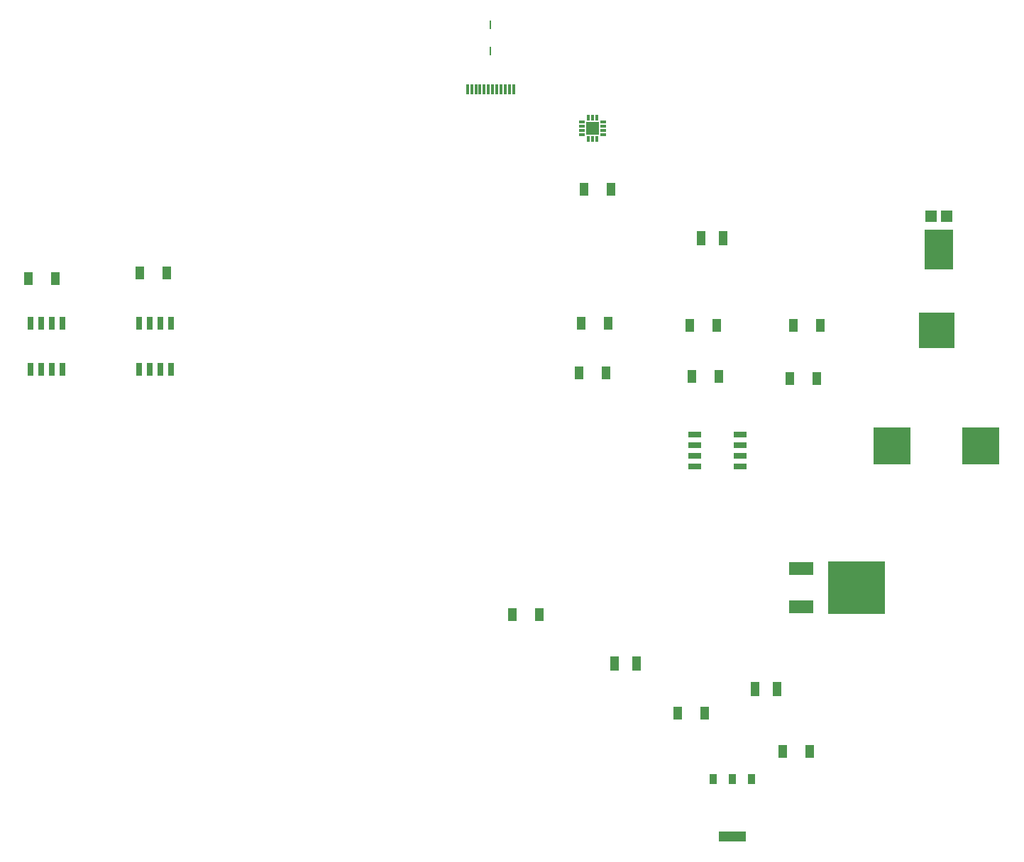
<source format=gtp>
G04*
G04 #@! TF.GenerationSoftware,Altium Limited,Altium Designer,22.11.1 (43)*
G04*
G04 Layer_Color=8421504*
%FSLAX25Y25*%
%MOIN*%
G70*
G04*
G04 #@! TF.SameCoordinates,C3DCF227-2B7A-40B4-8179-D348CCFE8E73*
G04*
G04*
G04 #@! TF.FilePolarity,Positive*
G04*
G01*
G75*
%ADD18R,0.03740X0.04921*%
%ADD19R,0.12598X0.04921*%
%ADD20R,0.01181X0.04724*%
%ADD21R,0.00787X0.03937*%
%ADD22R,0.03937X0.05906*%
%ADD23R,0.04331X0.06693*%
%ADD24R,0.05472X0.05512*%
%ADD25R,0.13228X0.19134*%
%ADD26R,0.06004X0.02559*%
%ADD27R,0.17323X0.17717*%
%ADD28R,0.16929X0.16929*%
%ADD29R,0.01181X0.02756*%
%ADD30R,0.02756X0.01181*%
%ADD31R,0.05906X0.05906*%
%ADD32R,0.11811X0.05906*%
%ADD33R,0.26772X0.24606*%
%ADD34R,0.02559X0.06004*%
D18*
X501055Y135386D02*
D03*
X492000D02*
D03*
X482945D02*
D03*
D19*
X492000Y108614D02*
D03*
D20*
X389327Y459968D02*
D03*
X387358D02*
D03*
X385390D02*
D03*
X383421D02*
D03*
X381453D02*
D03*
X379484D02*
D03*
X377516D02*
D03*
X375547D02*
D03*
X373579D02*
D03*
X371610D02*
D03*
X369642D02*
D03*
X367673D02*
D03*
D21*
X378500Y478000D02*
D03*
Y490205D02*
D03*
D22*
X435098Y413000D02*
D03*
X422500D02*
D03*
X401299Y213000D02*
D03*
X388701D02*
D03*
X479098Y166500D02*
D03*
X466500D02*
D03*
X161500Y371000D02*
D03*
X174098D02*
D03*
X515701Y148500D02*
D03*
X528299D02*
D03*
X433799Y350000D02*
D03*
X421201D02*
D03*
X484799Y349000D02*
D03*
X472201D02*
D03*
X533299D02*
D03*
X520701D02*
D03*
X432799Y326500D02*
D03*
X420201D02*
D03*
X485799Y325000D02*
D03*
X473201D02*
D03*
X531799Y324000D02*
D03*
X519201D02*
D03*
X213701Y373500D02*
D03*
X226299D02*
D03*
D23*
X436882Y190000D02*
D03*
X447118D02*
D03*
X513118Y178000D02*
D03*
X502882D02*
D03*
X487618Y390000D02*
D03*
X477382D02*
D03*
D24*
X585378Y400177D02*
D03*
X592622D02*
D03*
D25*
X589000Y384500D02*
D03*
D26*
X495677Y282500D02*
D03*
Y287500D02*
D03*
Y292500D02*
D03*
Y297500D02*
D03*
X474323D02*
D03*
Y292500D02*
D03*
Y287500D02*
D03*
Y282500D02*
D03*
D27*
X567134Y292032D02*
D03*
X608866D02*
D03*
D28*
X588000Y346362D02*
D03*
D29*
X428350Y446634D02*
D03*
X426382D02*
D03*
X424413D02*
D03*
Y436398D02*
D03*
X426382D02*
D03*
X428350D02*
D03*
D30*
X421264Y444469D02*
D03*
Y442500D02*
D03*
Y440532D02*
D03*
Y438563D02*
D03*
X431500D02*
D03*
Y440532D02*
D03*
Y442500D02*
D03*
Y444469D02*
D03*
D31*
X426382Y441516D02*
D03*
D32*
X524516Y234500D02*
D03*
Y216500D02*
D03*
D33*
X550500Y225500D02*
D03*
D34*
X213500Y328323D02*
D03*
X218500D02*
D03*
X223500D02*
D03*
X228500D02*
D03*
Y349677D02*
D03*
X223500D02*
D03*
X218500D02*
D03*
X213500D02*
D03*
X162500Y328323D02*
D03*
X167500D02*
D03*
X172500D02*
D03*
X177500D02*
D03*
Y349677D02*
D03*
X172500D02*
D03*
X167500D02*
D03*
X162500D02*
D03*
M02*

</source>
